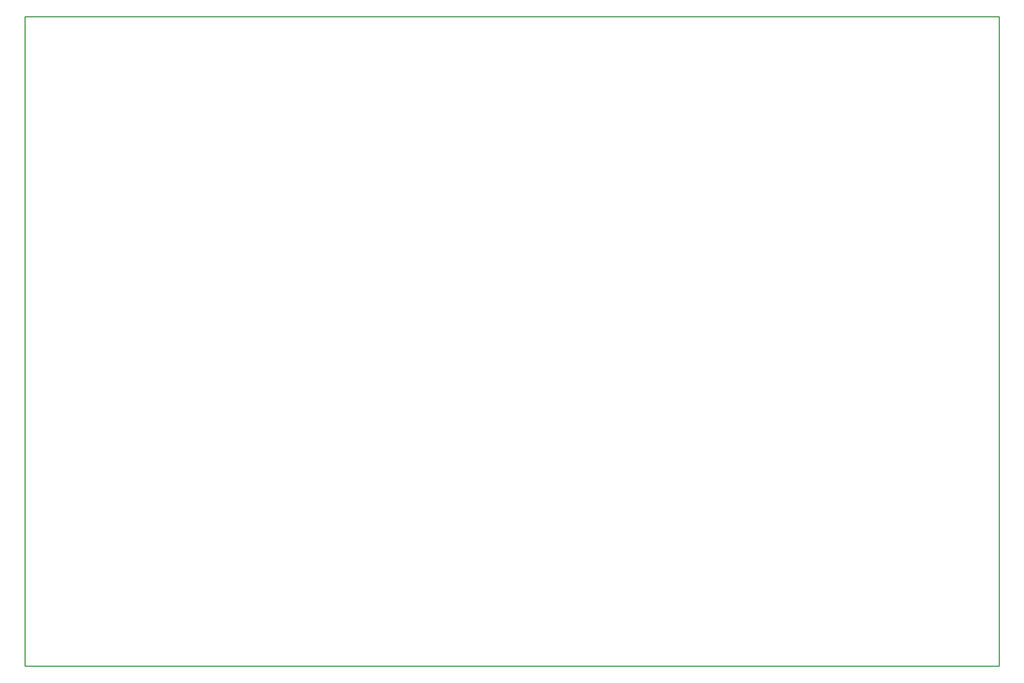
<source format=gm1>
G04*
G04 #@! TF.GenerationSoftware,Altium Limited,Altium Designer,22.3.1 (43)*
G04*
G04 Layer_Color=16711935*
%FSLAX25Y25*%
%MOIN*%
G70*
G04*
G04 #@! TF.SameCoordinates,A87CA661-C890-46F0-A320-74F5598AF3CC*
G04*
G04*
G04 #@! TF.FilePolarity,Positive*
G04*
G01*
G75*
%ADD16C,0.01000*%
D16*
X900000D02*
Y600000D01*
X0Y0D02*
Y600000D01*
X900000D01*
X0Y0D02*
X300000D01*
X0D02*
X900000D01*
X0D02*
X300000D01*
X0D02*
X900000D01*
M02*

</source>
